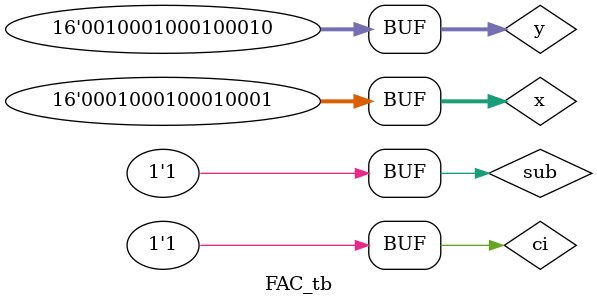
<source format=v>
module FAC(
    input [15:0] x,
    input [15:0] y,
    input ci,
    input sub,
    output reg [31:0] z,
    output reg [31:0] co
);
genvar i;
reg [15:0] y_reg;
initial begin
    z = 31'b0;
    co = 31'b0;
end
  always @(*) begin
    if(sub==1'b1) begin
      y_reg = ~y;
      y_reg = y_reg + 16'b1;
    end
    else
      y_reg = y;
  end
  generate
    for(i=0; i<16; i=i+1) begin
      always @(*) begin
        z[i] = x[i]^y_reg[i]^(i==0? 1'b0 : co[i-1]);
        co[i] = x[i]*y_reg[i]+x[i]*(i==0? 1'b0 : co[i-1])+y_reg[i]*(i==0? 1'b0 : co[i-1]);
      end
    end
  endgenerate
endmodule


module FAC_tb;

  reg [15:0] x;
  reg [15:0] y;
  reg ci;
  reg sub;
  wire [31:0] z;
  wire [31:0] co;
  FAC uut (
    .x(x), 
    .y(y), 
    .ci(ci), 
    .sub(sub), 
    .z(z), 
    .co(co)
  );

  initial begin
    x = 16'h1234;
    y = 16'h5678;
    ci = 1'b0;
    sub = 1'b0;

    #100;
   
    x = 16'h1111;
    y = 16'h2222;
    ci = 1'b1;
    sub = 1'b1;
    #100;
  end
      
  initial begin
    $monitor("At time %dns, x = %b, y = %b, ci = %b, sub = %b, z = %b, co = %b", $time, x, y, ci, sub, z, co);
  end

endmodule



</source>
